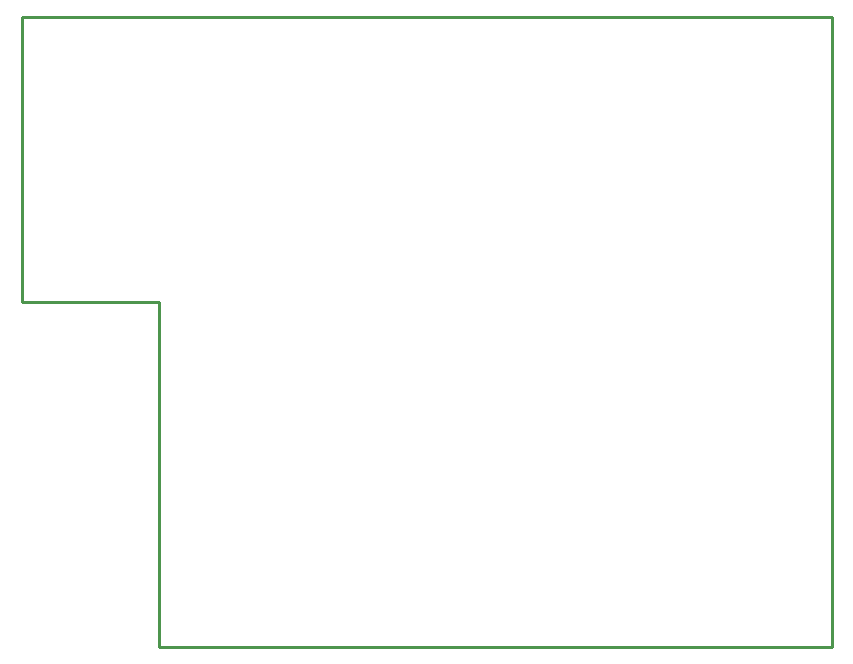
<source format=gbr>
G04 EAGLE Gerber RS-274X export*
G75*
%MOMM*%
%FSLAX34Y34*%
%LPD*%
%IN*%
%IPPOS*%
%AMOC8*
5,1,8,0,0,1.08239X$1,22.5*%
G01*
%ADD10C,0.254000*%


D10*
X0Y292100D02*
X115824Y292100D01*
X115824Y0D01*
X685800Y0D01*
X685800Y533400D01*
X0Y533400D01*
X0Y292100D01*
M02*

</source>
